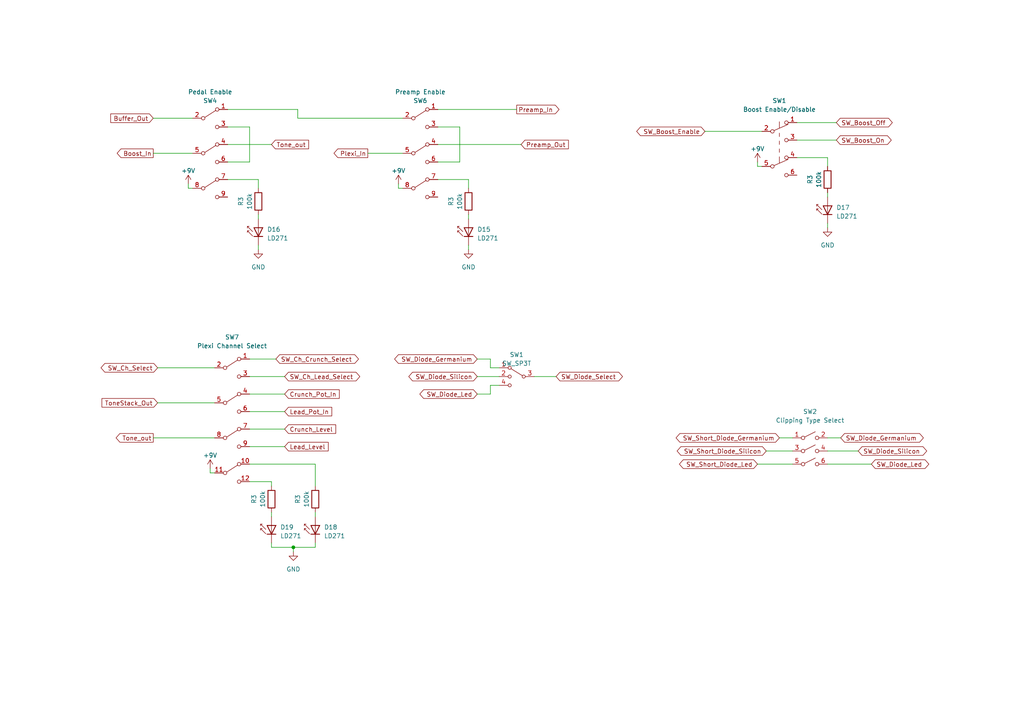
<source format=kicad_sch>
(kicad_sch (version 20230121) (generator eeschema)
  (paper "A4")
  (lib_symbols
    (symbol "CustomLib:SW_3PDT" (pin_names hide)
      (property "Reference" "SW" (at 0 0 0))
      (property "Value" "SW_3PDT" (at 0 -31.75 0))
      (symbol "SW_3PDT_0_0"
        (circle (center -3.302 -25.4) (radius 0.508))
        (circle (center -3.302 -15.24) (radius 0.508))
        (circle (center -3.302 -5.08) (radius 0.508))
        (circle (center 0.762 -27.94) (radius 0.508))
        (circle (center 0.762 -17.78) (radius 0.508))
        (circle (center 0.762 -7.62) (radius 0.508))
      )
      (symbol "SW_3PDT_0_1"
        (polyline (pts (xy -2.794 -25.146) (xy 0.381 -23.114)))
        (polyline (pts (xy -2.794 -14.986) (xy 0.381 -12.954)))
        (polyline (pts (xy -2.794 -4.826) (xy 0.381 -2.794)))
        (circle (center 0.762 -22.86) (radius 0.508))
        (circle (center 0.762 -12.7) (radius 0.508))
        (circle (center 0.762 -2.54) (radius 0.508))
      )
      (symbol "SW_3PDT_1_1"
        (pin passive line (at 3.81 -2.54 180) (length 2.54) (name "1") (number "1"))
        (pin passive line (at -6.35 -5.08 0) (length 2.54) (name "2") (number "2"))
        (pin passive line (at 3.81 -7.62 180) (length 2.54) (name "3") (number "3"))
        (pin passive line (at 3.81 -12.7 180) (length 2.54) (name "4") (number "4"))
        (pin passive line (at -6.35 -15.24 0) (length 2.54) (name "5") (number "5"))
        (pin passive line (at 3.81 -17.78 180) (length 2.54) (name "6") (number "6"))
        (pin passive line (at 3.81 -22.86 180) (length 2.54) (name "7") (number "7"))
        (pin passive line (at -6.35 -25.4 0) (length 2.54) (name "8") (number "8"))
        (pin passive line (at 3.81 -27.94 180) (length 2.54) (name "9") (number "9"))
      )
    )
    (symbol "CustomLib:SW_3PST" (pin_names hide)
      (property "Reference" "SW" (at 2.54 -3.81 0))
      (property "Value" "SW_3PST" (at 2.54 -16.51 0))
      (symbol "SW_3PST_0_0"
        (polyline (pts (xy 1.016 -13.716) (xy 4.064 -12.192)))
        (polyline (pts (xy 1.016 -9.906) (xy 4.064 -8.382)))
        (polyline (pts (xy 1.016 -6.096) (xy 4.064 -4.572)))
        (circle (center 0.508 -13.97) (radius 0.508))
        (circle (center 0.508 -10.16) (radius 0.508))
        (circle (center 0.508 -6.35) (radius 0.508))
        (circle (center 4.572 -13.97) (radius 0.508))
        (circle (center 4.572 -10.16) (radius 0.508))
        (circle (center 4.572 -6.35) (radius 0.508))
      )
      (symbol "SW_3PST_1_1"
        (pin passive line (at -2.54 -6.35 0) (length 2.54) (name "1") (number "1"))
        (pin passive line (at 7.62 -6.35 180) (length 2.54) (name "2") (number "2"))
        (pin passive line (at -2.54 -10.16 0) (length 2.54) (name "3") (number "3"))
        (pin passive line (at 7.62 -10.16 180) (length 2.54) (name "4") (number "4"))
        (pin passive line (at -2.54 -13.97 0) (length 2.54) (name "5") (number "5"))
        (pin passive line (at 7.62 -13.97 180) (length 2.54) (name "6") (number "6"))
      )
    )
    (symbol "CustomLib:SW_4PDT" (pin_names hide)
      (property "Reference" "SW" (at 0 0 0))
      (property "Value" "Switch 4PDT, On-On" (at 0 -40.64 0))
      (symbol "SW_4PDT_0_0"
        (circle (center -3.302 -35.56) (radius 0.508))
        (circle (center -3.302 -25.4) (radius 0.508))
        (circle (center -3.302 -15.24) (radius 0.508))
        (circle (center -3.302 -5.08) (radius 0.508))
        (circle (center 0.762 -38.1) (radius 0.508))
        (circle (center 0.762 -27.94) (radius 0.508))
        (circle (center 0.762 -17.78) (radius 0.508))
        (circle (center 0.762 -7.62) (radius 0.508))
      )
      (symbol "SW_4PDT_0_1"
        (polyline (pts (xy -2.794 -35.306) (xy 0.381 -33.274)))
        (polyline (pts (xy -2.794 -25.146) (xy 0.381 -23.114)))
        (polyline (pts (xy -2.794 -14.986) (xy 0.381 -12.954)))
        (polyline (pts (xy -2.794 -4.826) (xy 0.381 -2.794)))
        (circle (center 0.762 -33.02) (radius 0.508))
        (circle (center 0.762 -22.86) (radius 0.508))
        (circle (center 0.762 -12.7) (radius 0.508))
        (circle (center 0.762 -2.54) (radius 0.508))
      )
      (symbol "SW_4PDT_1_1"
        (pin passive line (at 3.81 -2.54 180) (length 2.54) (name "1") (number "1"))
        (pin passive line (at 3.81 -33.02 180) (length 2.54) (name "10") (number "10"))
        (pin passive line (at -6.35 -35.56 0) (length 2.54) (name "11") (number "11"))
        (pin passive line (at 3.81 -38.1 180) (length 2.54) (name "12") (number "12"))
        (pin passive line (at -6.35 -5.08 0) (length 2.54) (name "2") (number "2"))
        (pin passive line (at 3.81 -7.62 180) (length 2.54) (name "3") (number "3"))
        (pin passive line (at 3.81 -12.7 180) (length 2.54) (name "4") (number "4"))
        (pin passive line (at -6.35 -15.24 0) (length 2.54) (name "5") (number "5"))
        (pin passive line (at 3.81 -17.78 180) (length 2.54) (name "6") (number "6"))
        (pin passive line (at 3.81 -22.86 180) (length 2.54) (name "7") (number "7"))
        (pin passive line (at -6.35 -25.4 0) (length 2.54) (name "8") (number "8"))
        (pin passive line (at 3.81 -27.94 180) (length 2.54) (name "9") (number "9"))
      )
    )
    (symbol "LED:LD271" (pin_numbers hide) (pin_names (offset 1.016) hide)
      (property "Reference" "D" (at 0.508 1.778 0))
      (property "Value" "LD271" (at -1.016 -2.794 0))
      (symbol "LD271_0_1"
        (polyline (pts (xy -2.54 1.27) (xy -2.54 -1.27)) (stroke (width 0.254)))
        (polyline (pts (xy 0 0) (xy -2.54 0)))
        (polyline (pts (xy 0.381 3.175) (xy -0.127 3.175)))
        (polyline (pts (xy -1.143 1.651) (xy 0.381 3.175) (xy 0.381 2.667)))
        (polyline (pts (xy 0 -1.27) (xy -2.54 0) (xy 0 1.27) (xy 0 -1.27)) (stroke (width 0.254)))
        (polyline (pts (xy -2.413 1.651) (xy -0.889 3.175) (xy -0.889 2.667) (xy -0.889 3.175) (xy -1.397 3.175)))
      )
      (symbol "LD271_1_1"
        (pin passive line (at -5.08 0 0) (length 2.54) (name "K") (number "1"))
        (pin passive line (at 2.54 0 180) (length 2.54) (name "A") (number "2"))
      )
    )
    (symbol "PCM_Resistor_AKL:R_0603" (pin_numbers hide) (pin_names (offset 0))
      (property "Reference" "R" (at 2.54 1.27 0))
      (property "Value" "R_0603" (at 2.54 -1.27 0))
      (symbol "R_0603_0_1"
        (rectangle (start -1.016 -2.54) (end 1.016 2.54) (stroke (width 0.254)))
      )
      (symbol "R_0603_1_1"
        (pin passive line (at 0 3.81 270) (length 1.27) (name "~") (number "1"))
        (pin passive line (at 0 -3.81 90) (length 1.27) (name "~") (number "2"))
      )
    )
    (symbol "Switch:SW_Push_DPDT" (pin_names (offset 0) hide)
      (property "Reference" "SW" (at 0 8.89 0))
      (property "Value" "SW_Push_DPDT" (at 0 -10.16 0))
      (symbol "SW_Push_DPDT_0_0"
        (circle (center -2.032 -5.08) (radius 0.508))
        (circle (center -2.032 5.08) (radius 0.508))
        (circle (center 2.032 -7.62) (radius 0.508))
        (circle (center 2.032 2.54) (radius 0.508))
      )
      (symbol "SW_Push_DPDT_0_1"
        (polyline (pts (xy -1.524 -4.826) (xy 2.54 -3.048)))
        (polyline (pts (xy -1.524 5.334) (xy 2.54 7.112)))
        (polyline (pts (xy 0 -2.286) (xy 0 -4.064)))
        (polyline (pts (xy 0 -1.016) (xy 0 0)))
        (polyline (pts (xy 0 1.27) (xy 0 2.286)))
        (polyline (pts (xy 0 3.556) (xy 0 4.572)))
        (polyline (pts (xy 0 7.874) (xy 0 6.096)))
        (circle (center 2.032 -2.54) (radius 0.508))
        (circle (center 2.032 7.62) (radius 0.508))
      )
      (symbol "SW_Push_DPDT_1_1"
        (pin passive line (at 5.08 7.62 180) (length 2.54) (name "A") (number "1"))
        (pin passive line (at -5.08 5.08 0) (length 2.54) (name "B") (number "2"))
        (pin passive line (at 5.08 2.54 180) (length 2.54) (name "C") (number "3"))
        (pin passive line (at 5.08 -2.54 180) (length 2.54) (name "A") (number "4"))
        (pin passive line (at -5.08 -5.08 0) (length 2.54) (name "B") (number "5"))
        (pin passive line (at 5.08 -7.62 180) (length 2.54) (name "C") (number "6"))
      )
    )
    (symbol "Switch:SW_SP3T" (pin_names (offset 0) hide)
      (property "Reference" "SW" (at 0 5.08 0))
      (property "Value" "SW_SP3T" (at 0 -5.08 0))
      (symbol "SW_SP3T_0_1"
        (circle (center -2.032 0) (radius 0.4572))
        (polyline (pts (xy -1.651 0.254) (xy 1.651 2.286)))
        (circle (center 2.032 -2.54) (radius 0.4572))
        (circle (center 2.032 0) (radius 0.4572))
        (circle (center 2.032 2.54) (radius 0.4572))
      )
      (symbol "SW_SP3T_1_1"
        (pin passive line (at 5.08 2.54 180) (length 2.54) (name "1") (number "1"))
        (pin passive line (at 5.08 0 180) (length 2.54) (name "2") (number "2"))
        (pin passive line (at -5.08 0 0) (length 2.54) (name "3") (number "3"))
        (pin passive line (at 5.08 -2.54 180) (length 2.54) (name "4") (number "4"))
      )
    )
    (symbol "power:+9V" (power) (pin_names (offset 0))
      (property "Value" "+9V" (at 0 3.556 0))
      (symbol "+9V_0_1"
        (polyline (pts (xy -0.762 1.27) (xy 0 2.54)))
        (polyline (pts (xy 0 0) (xy 0 2.54)))
        (polyline (pts (xy 0 2.54) (xy 0.762 1.27)))
      )
      (symbol "+9V_1_1"
        (pin power_in line (at 0 0 90) (length 0) hide (name "+9V") (number "1"))
      )
    )
    (symbol "power:GND" (power) (pin_names (offset 0))
      (property "Value" "GND" (at 0 -3.81 0))
      (symbol "GND_0_1"
        (polyline (pts (xy 0 0) (xy 0 -1.27) (xy 1.27 -1.27) (xy 0 -2.54) (xy -1.27 -1.27) (xy 0 -1.27)))
      )
      (symbol "GND_1_1"
        (pin power_in line (at 0 0 270) (length 0) hide (name "GND") (number "1"))
      )
    )
  )
  (junction (at 85.09 158.75))
  (wire (pts (xy 127 52.07) (xy 135.89 52.07)))
  (wire (pts (xy 219.71 48.26) (xy 220.98 48.26)))
  (wire (pts (xy 91.44 149.86) (xy 91.44 148.59)))
  (wire (pts (xy 219.71 134.62) (xy 229.87 134.62)))
  (wire (pts (xy 78.74 158.75) (xy 78.74 157.48)))
  (wire (pts (xy 60.96 137.16) (xy 60.96 135.89)))
  (wire (pts (xy 72.39 119.38) (xy 82.55 119.38)))
  (wire (pts (xy 115.57 54.61) (xy 115.57 53.34)))
  (wire (pts (xy 240.03 64.77) (xy 240.03 66.04)))
  (wire (pts (xy 72.39 104.14) (xy 80.01 104.14)))
  (wire (pts (xy 240.03 45.72) (xy 240.03 48.26)))
  (wire (pts (xy 44.45 127) (xy 62.23 127)))
  (wire (pts (xy 106.68 44.45) (xy 116.84 44.45)))
  (wire (pts (xy 78.74 149.86) (xy 78.74 148.59)))
  (wire (pts (xy 74.93 52.07) (xy 74.93 54.61)))
  (wire (pts (xy 240.03 57.15) (xy 240.03 55.88)))
  (wire (pts (xy 127 41.91) (xy 151.13 41.91)))
  (wire (pts (xy 60.96 137.16) (xy 62.23 137.16)))
  (wire (pts (xy 66.04 36.83) (xy 72.39 36.83)))
  (wire (pts (xy 72.39 129.54) (xy 82.55 129.54)))
  (wire (pts (xy 142.24 106.68) (xy 144.78 106.68)))
  (wire (pts (xy 133.35 36.83) (xy 133.35 46.99)))
  (wire (pts (xy 78.74 139.7) (xy 78.74 140.97)))
  (wire (pts (xy 54.61 54.61) (xy 55.88 54.61)))
  (wire (pts (xy 144.78 111.76) (xy 142.24 111.76)))
  (wire (pts (xy 91.44 134.62) (xy 91.44 140.97)))
  (wire (pts (xy 54.61 54.61) (xy 54.61 53.34)))
  (wire (pts (xy 138.43 104.14) (xy 142.24 104.14)))
  (wire (pts (xy 219.71 48.26) (xy 219.71 46.99)))
  (wire (pts (xy 138.43 109.22) (xy 144.78 109.22)))
  (wire (pts (xy 85.09 160.02) (xy 85.09 158.75)))
  (wire (pts (xy 44.45 44.45) (xy 55.88 44.45)))
  (wire (pts (xy 86.36 34.29) (xy 116.84 34.29)))
  (wire (pts (xy 66.04 41.91) (xy 78.74 41.91)))
  (wire (pts (xy 78.74 158.75) (xy 85.09 158.75)))
  (wire (pts (xy 115.57 54.61) (xy 116.84 54.61)))
  (wire (pts (xy 231.14 45.72) (xy 240.03 45.72)))
  (wire (pts (xy 72.39 109.22) (xy 82.55 109.22)))
  (wire (pts (xy 142.24 104.14) (xy 142.24 106.68)))
  (wire (pts (xy 85.09 158.75) (xy 91.44 158.75)))
  (wire (pts (xy 220.98 38.1) (xy 204.47 38.1)))
  (wire (pts (xy 91.44 157.48) (xy 91.44 158.75)))
  (wire (pts (xy 142.24 111.76) (xy 142.24 114.3)))
  (wire (pts (xy 62.23 106.68) (xy 45.72 106.68)))
  (wire (pts (xy 78.74 139.7) (xy 72.39 139.7)))
  (wire (pts (xy 252.73 134.62) (xy 240.03 134.62)))
  (wire (pts (xy 222.25 130.81) (xy 229.87 130.81)))
  (wire (pts (xy 127 31.75) (xy 149.86 31.75)))
  (wire (pts (xy 74.93 63.5) (xy 74.93 62.23)))
  (wire (pts (xy 74.93 71.12) (xy 74.93 72.39)))
  (wire (pts (xy 72.39 134.62) (xy 91.44 134.62)))
  (wire (pts (xy 135.89 71.12) (xy 135.89 72.39)))
  (wire (pts (xy 135.89 52.07) (xy 135.89 54.61)))
  (wire (pts (xy 226.06 127) (xy 229.87 127)))
  (wire (pts (xy 72.39 124.46) (xy 82.55 124.46)))
  (wire (pts (xy 66.04 31.75) (xy 86.36 31.75)))
  (wire (pts (xy 72.39 46.99) (xy 66.04 46.99)))
  (wire (pts (xy 135.89 63.5) (xy 135.89 62.23)))
  (wire (pts (xy 127 46.99) (xy 133.35 46.99)))
  (wire (pts (xy 127 36.83) (xy 133.35 36.83)))
  (wire (pts (xy 161.29 109.22) (xy 154.94 109.22)))
  (wire (pts (xy 72.39 114.3) (xy 82.55 114.3)))
  (wire (pts (xy 142.24 114.3) (xy 138.43 114.3)))
  (wire (pts (xy 248.92 130.81) (xy 240.03 130.81)))
  (wire (pts (xy 44.45 34.29) (xy 55.88 34.29)))
  (wire (pts (xy 66.04 52.07) (xy 74.93 52.07)))
  (wire (pts (xy 243.84 127) (xy 240.03 127)))
  (wire (pts (xy 231.14 35.56) (xy 242.57 35.56)))
  (wire (pts (xy 72.39 36.83) (xy 72.39 46.99)))
  (wire (pts (xy 231.14 40.64) (xy 242.57 40.64)))
  (wire (pts (xy 86.36 31.75) (xy 86.36 34.29)))
  (wire (pts (xy 45.72 116.84) (xy 62.23 116.84)))
  (global_label "ToneStack_Out" (shape input) (at 45.72 116.84 180) (property "Intersheetrefs" "${INTERSHEET_REFS}" (effects hide)))
  (global_label "SW_Boost_Off" (shape bidirectional) (at 242.57 35.56 0) (property "Intersheetrefs" "${INTERSHEET_REFS}" (effects hide)))
  (global_label "SW_Short_Diode_Germanium" (shape bidirectional) (at 226.06 127 180) (property "Intersheetrefs" "${INTERSHEET_REFS}" (effects hide)))
  (global_label "Plexi_In" (shape output) (at 106.68 44.45 180) (property "Intersheetrefs" "${INTERSHEET_REFS}" (effects hide)))
  (global_label "Tone_out" (shape input) (at 78.74 41.91 0) (property "Intersheetrefs" "${INTERSHEET_REFS}" (effects hide)))
  (global_label "Lead_Pot_In" (shape input) (at 82.55 119.38 0) (property "Intersheetrefs" "${INTERSHEET_REFS}" (effects hide)))
  (global_label "SW_Short_Diode_Silicon" (shape bidirectional) (at 222.25 130.81 180) (property "Intersheetrefs" "${INTERSHEET_REFS}" (effects hide)))
  (global_label "SW_Diode_Germanium" (shape bidirectional) (at 243.84 127 0) (property "Intersheetrefs" "${INTERSHEET_REFS}" (effects hide)))
  (global_label "SW_Diode_Silicon" (shape bidirectional) (at 248.92 130.81 0) (property "Intersheetrefs" "${INTERSHEET_REFS}" (effects hide)))
  (global_label "SW_Diode_Led" (shape bidirectional) (at 138.43 114.3 180) (property "Intersheetrefs" "${INTERSHEET_REFS}" (effects hide)))
  (global_label "Crunch_Pot_In" (shape input) (at 82.55 114.3 0) (property "Intersheetrefs" "${INTERSHEET_REFS}" (effects hide)))
  (global_label "Boost_In" (shape output) (at 44.45 44.45 180) (property "Intersheetrefs" "${INTERSHEET_REFS}" (effects hide)))
  (global_label "Preamp_In" (shape output) (at 149.86 31.75 0) (property "Intersheetrefs" "${INTERSHEET_REFS}" (effects hide)))
  (global_label "Buffer_Out" (shape input) (at 44.45 34.29 180) (property "Intersheetrefs" "${INTERSHEET_REFS}" (effects hide)))
  (global_label "SW_Diode_Silicon" (shape bidirectional) (at 138.43 109.22 180) (property "Intersheetrefs" "${INTERSHEET_REFS}" (effects hide)))
  (global_label "SW_Boost_Enable" (shape bidirectional) (at 204.47 38.1 180) (property "Intersheetrefs" "${INTERSHEET_REFS}" (effects hide)))
  (global_label "Preamp_Out" (shape input) (at 151.13 41.91 0) (property "Intersheetrefs" "${INTERSHEET_REFS}" (effects hide)))
  (global_label "SW_Diode_Select" (shape bidirectional) (at 161.29 109.22 0) (property "Intersheetrefs" "${INTERSHEET_REFS}" (effects hide)))
  (global_label "Tone_out" (shape output) (at 44.45 127 180) (property "Intersheetrefs" "${INTERSHEET_REFS}" (effects hide)))
  (global_label "SW_Boost_On" (shape bidirectional) (at 242.57 40.64 0) (property "Intersheetrefs" "${INTERSHEET_REFS}" (effects hide)))
  (global_label "SW_Diode_Led" (shape bidirectional) (at 252.73 134.62 0) (property "Intersheetrefs" "${INTERSHEET_REFS}" (effects hide)))
  (global_label "SW_Short_Diode_Led" (shape bidirectional) (at 219.71 134.62 180) (property "Intersheetrefs" "${INTERSHEET_REFS}" (effects hide)))
  (global_label "SW_Diode_Germanium" (shape bidirectional) (at 138.43 104.14 180) (property "Intersheetrefs" "${INTERSHEET_REFS}" (effects hide)))
  (global_label "SW_Ch_Select" (shape bidirectional) (at 45.72 106.68 180) (property "Intersheetrefs" "${INTERSHEET_REFS}" (effects hide)))
  (global_label "SW_Ch_Lead_Select" (shape bidirectional) (at 82.55 109.22 0) (property "Intersheetrefs" "${INTERSHEET_REFS}" (effects hide)))
  (global_label "SW_Ch_Crunch_Select" (shape bidirectional) (at 80.01 104.14 0) (property "Intersheetrefs" "${INTERSHEET_REFS}" (effects hide)))
  (global_label "Crunch_Level" (shape input) (at 82.55 124.46 0) (property "Intersheetrefs" "${INTERSHEET_REFS}" (effects hide)))
  (global_label "Lead_Level" (shape input) (at 82.55 129.54 0) (property "Intersheetrefs" "${INTERSHEET_REFS}" (effects hide)))
  (symbol (lib_id "CustomLib:SW_4PDT") (at 68.58 101.6 0) (unit 1)
    (property "Reference" "SW7" (at 67.31 97.79 0))
    (property "Value" "Plexi Channel Select" (at 67.31 100.33 0))
  )
  (symbol (lib_id "power:GND") (at 74.93 72.39 0) (unit 1)
    (property "Reference" "#PWR01" (effects hide))
    (property "Value" "GND" (at 74.93 77.47 0))
    (instances (project "CustomPlexi" (path "" (reference "#PWR01") (unit 1)) (path "" (reference "#PWR03") (unit 1)) (path "" (reference "#PWR06") (unit 1)) (path "" (reference "#PWR011") (unit 1))))
  )
  (symbol (lib_id "CustomLib:SW_3PST") (at 232.41 120.65 0) (unit 1)
    (property "Reference" "SW2" (at 234.95 119.38 0))
    (property "Value" "Clipping Type Select" (at 234.95 121.92 0))
  )
  (symbol (lib_id "PCM_Resistor_AKL:R_0603") (at 78.74 144.78 0) (unit 1)
    (property "Reference" "R3" (at 73.66 144.78 90))
    (property "Value" "100k" (at 76.2 144.78 90))
    (property "Footprint" "Resistor_SMD_AKL:R_0603_1608Metric" (effects hide))
    (instances (project "CustomPlexi" (path "" (reference "R3") (unit 1)) (path "" (reference "R8") (unit 1)) (path "" (reference "R3") (unit 1)) (path "" (reference "R18") (unit 1))))
  )
  (symbol (lib_id "Switch:SW_SP3T") (at 149.86 109.22 0) (mirror y) (unit 1)
    (property "Reference" "SW1" (at 149.86 102.87 0))
    (property "Value" "SW_SP3T" (at 149.86 105.41 0))
  )
  (symbol (lib_id "power:GND") (at 85.09 160.02 0) (unit 1)
    (property "Reference" "#PWR01" (effects hide))
    (property "Value" "GND" (at 85.09 165.1 0))
    (instances (project "CustomPlexi" (path "" (reference "#PWR01") (unit 1)) (path "" (reference "#PWR03") (unit 1)) (path "" (reference "#PWR06") (unit 1)) (path "" (reference "#PWR017") (unit 1))))
  )
  (symbol (lib_id "LED:LD271") (at 240.03 59.69 90) (unit 1)
    (property "Reference" "D17" (at 242.57 60.198 90) (effects (justify right)))
    (property "Value" "LD271" (at 242.57 62.738 90) (effects (justify right)))
    (property "Footprint" "LED_THT:LED_D5.0mm_IRGrey" (effects hide))
    (property "Datasheet" "http://www.alliedelec.com/m/d/40788c34903a719969df15f1fbea1056.pdf" (effects hide))
  )
  (symbol (lib_id "power:GND") (at 135.89 72.39 0) (unit 1)
    (property "Reference" "#PWR01" (effects hide))
    (property "Value" "GND" (at 135.89 77.47 0))
    (instances (project "CustomPlexi" (path "" (reference "#PWR01") (unit 1)) (path "" (reference "#PWR03") (unit 1)) (path "" (reference "#PWR06") (unit 1)) (path "" (reference "#PWR012") (unit 1))))
  )
  (symbol (lib_id "PCM_Resistor_AKL:R_0603") (at 91.44 144.78 0) (unit 1)
    (property "Reference" "R3" (at 86.36 144.78 90))
    (property "Value" "100k" (at 88.9 144.78 90))
    (property "Footprint" "Resistor_SMD_AKL:R_0603_1608Metric" (effects hide))
    (instances (project "CustomPlexi" (path "" (reference "R3") (unit 1)) (path "" (reference "R8") (unit 1)) (path "" (reference "R3") (unit 1)) (path "" (reference "R17") (unit 1))))
  )
  (symbol (lib_id "LED:LD271") (at 74.93 66.04 90) (unit 1)
    (property "Reference" "D16" (at 77.47 66.548 90) (effects (justify right)))
    (property "Value" "LD271" (at 77.47 69.088 90) (effects (justify right)))
    (property "Footprint" "LED_THT:LED_D5.0mm_IRGrey" (effects hide))
    (property "Datasheet" "http://www.alliedelec.com/m/d/40788c34903a719969df15f1fbea1056.pdf" (effects hide))
  )
  (symbol (lib_id "LED:LD271") (at 135.89 66.04 90) (unit 1)
    (property "Reference" "D15" (at 138.43 66.548 90) (effects (justify right)))
    (property "Value" "LD271" (at 138.43 69.088 90) (effects (justify right)))
    (property "Footprint" "LED_THT:LED_D5.0mm_IRGrey" (effects hide))
    (property "Datasheet" "http://www.alliedelec.com/m/d/40788c34903a719969df15f1fbea1056.pdf" (effects hide))
  )
  (symbol (lib_id "CustomLib:SW_3PDT") (at 123.19 29.21 0) (unit 1)
    (property "Reference" "SW6" (at 121.92 29.21 0))
    (property "Value" "Preamp Enable" (at 121.92 26.67 0))
  )
  (symbol (lib_id "PCM_Resistor_AKL:R_0603") (at 74.93 58.42 0) (unit 1)
    (property "Reference" "R3" (at 69.85 58.42 90))
    (property "Value" "100k" (at 72.39 58.42 90))
    (property "Footprint" "Resistor_SMD_AKL:R_0603_1608Metric" (effects hide))
    (instances (project "CustomPlexi" (path "" (reference "R3") (unit 1)) (path "" (reference "R8") (unit 1)) (path "" (reference "R3") (unit 1)) (path "" (reference "R11") (unit 1))))
  )
  (symbol (lib_id "LED:LD271") (at 78.74 152.4 90) (unit 1)
    (property "Reference" "D19" (at 81.28 152.908 90) (effects (justify right)))
    (property "Value" "LD271" (at 81.28 155.448 90) (effects (justify right)))
    (property "Footprint" "LED_THT:LED_D5.0mm_IRGrey" (effects hide))
    (property "Datasheet" "http://www.alliedelec.com/m/d/40788c34903a719969df15f1fbea1056.pdf" (effects hide))
  )
  (symbol (lib_id "power:+9V") (at 60.96 135.89 0) (unit 1)
    (property "Reference" "#PWR016" (effects hide))
    (property "Value" "+9V" (at 60.96 132.08 0))
  )
  (symbol (lib_id "PCM_Resistor_AKL:R_0603") (at 135.89 58.42 0) (unit 1)
    (property "Reference" "R3" (at 130.81 58.42 90))
    (property "Value" "100k" (at 133.35 58.42 90))
    (property "Footprint" "Resistor_SMD_AKL:R_0603_1608Metric" (effects hide))
    (instances (project "CustomPlexi" (path "" (reference "R3") (unit 1)) (path "" (reference "R8") (unit 1)) (path "" (reference "R3") (unit 1)) (path "" (reference "R4") (unit 1))))
  )
  (symbol (lib_id "LED:LD271") (at 91.44 152.4 90) (unit 1)
    (property "Reference" "D18" (at 93.98 152.908 90) (effects (justify right)))
    (property "Value" "LD271" (at 93.98 155.448 90) (effects (justify right)))
    (property "Footprint" "LED_THT:LED_D5.0mm_IRGrey" (effects hide))
    (property "Datasheet" "http://www.alliedelec.com/m/d/40788c34903a719969df15f1fbea1056.pdf" (effects hide))
  )
  (symbol (lib_id "power:GND") (at 240.03 66.04 0) (unit 1)
    (property "Reference" "#PWR01" (effects hide))
    (property "Value" "GND" (at 240.03 71.12 0))
    (instances (project "CustomPlexi" (path "" (reference "#PWR01") (unit 1)) (path "" (reference "#PWR03") (unit 1)) (path "" (reference "#PWR06") (unit 1)) (path "" (reference "#PWR013") (unit 1))))
  )
  (symbol (lib_id "power:+9V") (at 219.71 46.99 0) (unit 1)
    (property "Reference" "#PWR015" (effects hide))
    (property "Value" "+9V" (at 219.71 43.18 0))
  )
  (symbol (lib_id "Switch:SW_Push_DPDT") (at 226.06 43.18 0) (unit 1)
    (property "Reference" "SW1" (at 226.06 29.21 0))
    (property "Value" "Boost Enable/Disable" (at 226.06 31.75 0))
    (instances (project "CustomPlexi" (path "" (reference "SW1") (unit 1)) (path "" (reference "SW5") (unit 1))))
  )
  (symbol (lib_id "power:+9V") (at 54.61 53.34 0) (unit 1)
    (property "Reference" "#PWR010" (effects hide))
    (property "Value" "+9V" (at 54.61 49.53 0))
  )
  (symbol (lib_id "power:+9V") (at 115.57 53.34 0) (unit 1)
    (property "Reference" "#PWR014" (effects hide))
    (property "Value" "+9V" (at 115.57 49.53 0))
  )
  (symbol (lib_id "PCM_Resistor_AKL:R_0603") (at 240.03 52.07 0) (unit 1)
    (property "Reference" "R3" (at 234.95 52.07 90))
    (property "Value" "100k" (at 237.49 52.07 90))
    (property "Footprint" "Resistor_SMD_AKL:R_0603_1608Metric" (effects hide))
    (instances (project "CustomPlexi" (path "" (reference "R3") (unit 1)) (path "" (reference "R8") (unit 1)) (path "" (reference "R3") (unit 1)) (path "" (reference "R16") (unit 1))))
  )
  (symbol (lib_id "CustomLib:SW_3PDT") (at 62.23 29.21 0) (unit 1)
    (property "Reference" "SW4" (at 60.96 29.21 0))
    (property "Value" "Pedal Enable" (at 60.96 26.67 0))
  )
)
</source>
